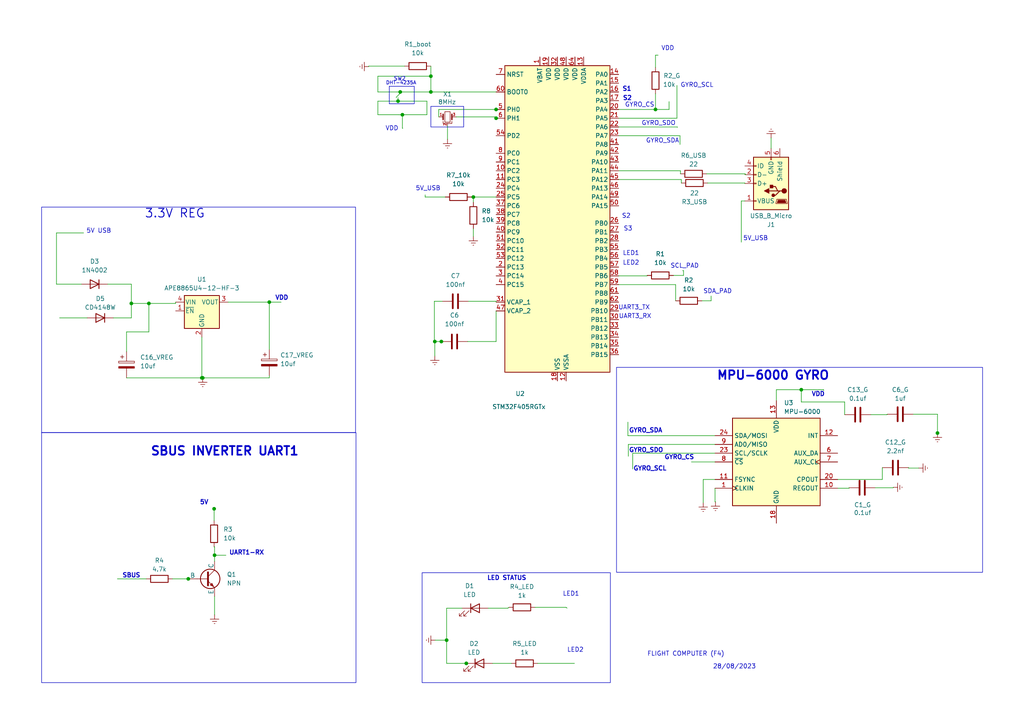
<source format=kicad_sch>
(kicad_sch (version 20230121) (generator eeschema)
  (paper "A4")
  (lib_symbols
    (symbol "Connector:USB_B_Micro" (pin_names (offset 1.016))
      (property "Reference" "J" (at -5.08 11.43 0))
      (property "Value" "USB_B_Micro" (at -5.08 8.89 0))
      (symbol "USB_B_Micro_0_1"
        (rectangle (start -5.08 -7.62) (end 5.08 7.62) (stroke (width 0.254)) (fill (type background)))
        (circle (center -3.81 2.159) (radius 0.635) (stroke (width 0.254)) (fill (type outline)))
        (circle (center -0.635 3.429) (radius 0.381) (stroke (width 0.254)) (fill (type outline)))
        (rectangle (start -0.127 -7.62) (end 0.127 -6.858))
        (polyline (pts (xy -1.905 2.159) (xy 0.635 2.159)) (stroke (width 0.254)))
        (polyline (pts (xy -3.175 2.159) (xy -2.54 2.159) (xy -1.27 3.429) (xy -0.635 3.429)) (stroke (width 0.254)))
        (polyline (pts (xy -2.54 2.159) (xy -1.905 2.159) (xy -1.27 0.889) (xy 0 0.889)) (stroke (width 0.254)))
        (polyline (pts (xy 0.635 2.794) (xy 0.635 1.524) (xy 1.905 2.159) (xy 0.635 2.794)) (stroke (width 0.254)) (fill (type outline)))
        (polyline (pts (xy -4.318 5.588) (xy -1.778 5.588) (xy -2.032 4.826) (xy -4.064 4.826) (xy -4.318 5.588)) (fill (type outline)))
        (polyline (pts (xy -4.699 5.842) (xy -4.699 5.588) (xy -4.445 4.826) (xy -4.445 4.572) (xy -1.651 4.572) (xy -1.651 4.826) (xy -1.397 5.588) (xy -1.397 5.842) (xy -4.699 5.842)))
        (rectangle (start 0.254 1.27) (end -0.508 0.508) (stroke (width 0.254)) (fill (type outline)))
        (rectangle (start 5.08 -5.207) (end 4.318 -4.953))
        (rectangle (start 5.08 -2.667) (end 4.318 -2.413))
        (rectangle (start 5.08 -0.127) (end 4.318 0.127))
        (rectangle (start 5.08 4.953) (end 4.318 5.207))
      )
      (symbol "USB_B_Micro_1_1"
        (pin power_out line (at 7.62 5.08 180) (length 2.54) (name "VBUS") (number "1"))
        (pin bidirectional line (at 7.62 -2.54 180) (length 2.54) (name "D-") (number "2"))
        (pin bidirectional line (at 7.62 0 180) (length 2.54) (name "D+") (number "3"))
        (pin passive line (at 7.62 -5.08 180) (length 2.54) (name "ID") (number "4"))
        (pin power_out line (at 0 -10.16 90) (length 2.54) (name "GND") (number "5"))
        (pin passive line (at -2.54 -10.16 90) (length 2.54) (name "Shield") (number "6"))
      )
    )
    (symbol "Device:C" (pin_numbers hide) (pin_names (offset 0.254))
      (property "Reference" "C" (at 0.635 2.54 0))
      (property "Value" "C" (at 0.635 -2.54 0))
      (symbol "C_0_1"
        (polyline (pts (xy -2.032 -0.762) (xy 2.032 -0.762)) (stroke (width 0.508)))
        (polyline (pts (xy -2.032 0.762) (xy 2.032 0.762)) (stroke (width 0.508)))
      )
      (symbol "C_1_1"
        (pin passive line (at 0 3.81 270) (length 2.794) (name "~") (number "1"))
        (pin passive line (at 0 -3.81 90) (length 2.794) (name "~") (number "2"))
      )
    )
    (symbol "Device:C_Polarized" (pin_numbers hide) (pin_names (offset 0.254))
      (property "Reference" "C" (at 0.635 2.54 0))
      (property "Value" "C_Polarized" (at 0.635 -2.54 0))
      (symbol "C_Polarized_0_1"
        (rectangle (start -2.286 0.508) (end 2.286 1.016))
        (polyline (pts (xy -1.778 2.286) (xy -0.762 2.286)))
        (polyline (pts (xy -1.27 2.794) (xy -1.27 1.778)))
        (rectangle (start 2.286 -0.508) (end -2.286 -1.016) (fill (type outline)))
      )
      (symbol "C_Polarized_1_1"
        (pin passive line (at 0 3.81 270) (length 2.794) (name "~") (number "1"))
        (pin passive line (at 0 -3.81 90) (length 2.794) (name "~") (number "2"))
      )
    )
    (symbol "Device:Crystal_GND2_Small" (pin_names (offset 1.016) hide)
      (property "Reference" "Y" (at 0 5.08 0))
      (property "Value" "Crystal_GND2_Small" (at 0 3.175 0))
      (symbol "Crystal_GND2_Small_0_1"
        (rectangle (start -0.762 -1.524) (end 0.762 1.524))
        (polyline (pts (xy -1.27 -0.762) (xy -1.27 0.762)) (stroke (width 0.381)))
        (polyline (pts (xy 1.27 -0.762) (xy 1.27 0.762)) (stroke (width 0.381)))
        (polyline (pts (xy -1.27 -1.27) (xy -1.27 -1.905) (xy 1.27 -1.905) (xy 1.27 -1.27)))
      )
      (symbol "Crystal_GND2_Small_1_1"
        (pin passive line (at -2.54 0 0) (length 1.27) (name "1") (number "1"))
        (pin passive line (at 0 -2.54 90) (length 0.635) (name "2") (number "2"))
        (pin passive line (at 2.54 0 180) (length 1.27) (name "3") (number "3"))
      )
    )
    (symbol "Device:LED" (pin_numbers hide) (pin_names (offset 1.016) hide)
      (property "Reference" "D" (at 0 2.54 0))
      (property "Value" "LED" (at 0 -2.54 0))
      (symbol "LED_0_1"
        (polyline (pts (xy -1.27 -1.27) (xy -1.27 1.27)) (stroke (width 0.254)))
        (polyline (pts (xy -1.27 0) (xy 1.27 0)))
        (polyline (pts (xy 1.27 -1.27) (xy 1.27 1.27) (xy -1.27 0) (xy 1.27 -1.27)) (stroke (width 0.254)))
        (polyline (pts (xy -3.048 -0.762) (xy -4.572 -2.286) (xy -3.81 -2.286) (xy -4.572 -2.286) (xy -4.572 -1.524)))
        (polyline (pts (xy -1.778 -0.762) (xy -3.302 -2.286) (xy -2.54 -2.286) (xy -3.302 -2.286) (xy -3.302 -1.524)))
      )
      (symbol "LED_1_1"
        (pin passive line (at -3.81 0 0) (length 2.54) (name "K") (number "1"))
        (pin passive line (at 3.81 0 180) (length 2.54) (name "A") (number "2"))
      )
    )
    (symbol "Device:R" (pin_numbers hide) (pin_names (offset 0))
      (property "Reference" "R" (at 2.032 0 90))
      (property "Value" "R" (at 0 0 90))
      (symbol "R_0_1"
        (rectangle (start -1.016 -2.54) (end 1.016 2.54) (stroke (width 0.254)))
      )
      (symbol "R_1_1"
        (pin passive line (at 0 3.81 270) (length 1.27) (name "~") (number "1"))
        (pin passive line (at 0 -3.81 90) (length 1.27) (name "~") (number "2"))
      )
    )
    (symbol "Diode:1N4002" (pin_numbers hide) (pin_names hide)
      (property "Reference" "D" (at 0 2.54 0))
      (property "Value" "1N4002" (at 0 -2.54 0))
      (symbol "1N4002_0_1"
        (polyline (pts (xy -1.27 1.27) (xy -1.27 -1.27)) (stroke (width 0.254)))
        (polyline (pts (xy 1.27 0) (xy -1.27 0)))
        (polyline (pts (xy 1.27 1.27) (xy 1.27 -1.27) (xy -1.27 0) (xy 1.27 1.27)) (stroke (width 0.254)))
      )
      (symbol "1N4002_1_1"
        (pin passive line (at -3.81 0 0) (length 2.54) (name "K") (number "1"))
        (pin passive line (at 3.81 0 180) (length 2.54) (name "A") (number "2"))
      )
    )
    (symbol "Diode:CD4148W" (pin_numbers hide) (pin_names hide)
      (property "Reference" "D" (at 0 2.54 0))
      (property "Value" "CD4148W" (at 0 -2.54 0))
      (symbol "CD4148W_0_1"
        (polyline (pts (xy -1.27 1.27) (xy -1.27 -1.27)) (stroke (width 0.254)))
        (polyline (pts (xy 1.27 0) (xy -1.27 0)))
        (polyline (pts (xy 1.27 1.27) (xy 1.27 -1.27) (xy -1.27 0) (xy 1.27 1.27)) (stroke (width 0.254)))
      )
      (symbol "CD4148W_1_1"
        (pin passive line (at -3.81 0 0) (length 2.54) (name "K") (number "1"))
        (pin passive line (at 3.81 0 180) (length 2.54) (name "A") (number "2"))
      )
    )
    (symbol "MCU_ST_STM32F4:STM32F405RGTx"
      (property "Reference" "U" (at -15.24 46.99 0))
      (property "Value" "STM32F405RGTx" (at 10.16 46.99 0))
      (symbol "STM32F405RGTx_0_1"
        (rectangle (start -15.24 -43.18) (end 15.24 45.72) (stroke (width 0.254)) (fill (type background)))
      )
      (symbol "STM32F405RGTx_1_1"
        (pin power_in line (at -5.08 48.26 270) (length 2.54) (name "VBAT") (number "1"))
        (pin bidirectional line (at -17.78 15.24 0) (length 2.54) (name "PC2") (number "10"))
        (pin bidirectional line (at -17.78 12.7 0) (length 2.54) (name "PC3") (number "11"))
        (pin power_in line (at 2.54 -45.72 90) (length 2.54) (name "VSSA") (number "12"))
        (pin power_in line (at 7.62 48.26 270) (length 2.54) (name "VDDA") (number "13"))
        (pin bidirectional line (at 17.78 43.18 180) (length 2.54) (name "PA0") (number "14"))
        (pin bidirectional line (at 17.78 40.64 180) (length 2.54) (name "PA1") (number "15"))
        (pin bidirectional line (at 17.78 38.1 180) (length 2.54) (name "PA2") (number "16"))
        (pin bidirectional line (at 17.78 35.56 180) (length 2.54) (name "PA3") (number "17"))
        (pin power_in line (at 0 -45.72 90) (length 2.54) (name "VSS") (number "18"))
        (pin power_in line (at -2.54 48.26 270) (length 2.54) (name "VDD") (number "19"))
        (pin bidirectional line (at -17.78 -12.7 0) (length 2.54) (name "PC13") (number "2"))
        (pin bidirectional line (at 17.78 33.02 180) (length 2.54) (name "PA4") (number "20"))
        (pin bidirectional line (at 17.78 30.48 180) (length 2.54) (name "PA5") (number "21"))
        (pin bidirectional line (at 17.78 27.94 180) (length 2.54) (name "PA6") (number "22"))
        (pin bidirectional line (at 17.78 25.4 180) (length 2.54) (name "PA7") (number "23"))
        (pin bidirectional line (at -17.78 10.16 0) (length 2.54) (name "PC4") (number "24"))
        (pin bidirectional line (at -17.78 7.62 0) (length 2.54) (name "PC5") (number "25"))
        (pin bidirectional line (at 17.78 0 180) (length 2.54) (name "PB0") (number "26"))
        (pin bidirectional line (at 17.78 -2.54 180) (length 2.54) (name "PB1") (number "27"))
        (pin bidirectional line (at 17.78 -5.08 180) (length 2.54) (name "PB2") (number "28"))
        (pin bidirectional line (at 17.78 -25.4 180) (length 2.54) (name "PB10") (number "29"))
        (pin bidirectional line (at -17.78 -15.24 0) (length 2.54) (name "PC14") (number "3"))
        (pin bidirectional line (at 17.78 -27.94 180) (length 2.54) (name "PB11") (number "30"))
        (pin power_out line (at -17.78 -22.86 0) (length 2.54) (name "VCAP_1") (number "31"))
        (pin power_in line (at 0 48.26 270) (length 2.54) (name "VDD") (number "32"))
        (pin bidirectional line (at 17.78 -30.48 180) (length 2.54) (name "PB12") (number "33"))
        (pin bidirectional line (at 17.78 -33.02 180) (length 2.54) (name "PB13") (number "34"))
        (pin bidirectional line (at 17.78 -35.56 180) (length 2.54) (name "PB14") (number "35"))
        (pin bidirectional line (at 17.78 -38.1 180) (length 2.54) (name "PB15") (number "36"))
        (pin bidirectional line (at -17.78 5.08 0) (length 2.54) (name "PC6") (number "37"))
        (pin bidirectional line (at -17.78 2.54 0) (length 2.54) (name "PC7") (number "38"))
        (pin bidirectional line (at -17.78 0 0) (length 2.54) (name "PC8") (number "39"))
        (pin bidirectional line (at -17.78 -17.78 0) (length 2.54) (name "PC15") (number "4"))
        (pin bidirectional line (at -17.78 -2.54 0) (length 2.54) (name "PC9") (number "40"))
        (pin bidirectional line (at 17.78 22.86 180) (length 2.54) (name "PA8") (number "41"))
        (pin bidirectional line (at 17.78 20.32 180) (length 2.54) (name "PA9") (number "42"))
        (pin bidirectional line (at 17.78 17.78 180) (length 2.54) (name "PA10") (number "43"))
        (pin bidirectional line (at 17.78 15.24 180) (length 2.54) (name "PA11") (number "44"))
        (pin bidirectional line (at 17.78 12.7 180) (length 2.54) (name "PA12") (number "45"))
        (pin bidirectional line (at 17.78 10.16 180) (length 2.54) (name "PA13") (number "46"))
        (pin power_out line (at -17.78 -25.4 0) (length 2.54) (name "VCAP_2") (number "47"))
        (pin power_in line (at 2.54 48.26 270) (length 2.54) (name "VDD") (number "48"))
        (pin bidirectional line (at 17.78 7.62 180) (length 2.54) (name "PA14") (number "49"))
        (pin bidirectional line (at -17.78 33.02 0) (length 2.54) (name "PH0") (number "5"))
        (pin bidirectional line (at 17.78 5.08 180) (length 2.54) (name "PA15") (number "50"))
        (pin bidirectional line (at -17.78 -5.08 0) (length 2.54) (name "PC10") (number "51"))
        (pin bidirectional line (at -17.78 -7.62 0) (length 2.54) (name "PC11") (number "52"))
        (pin bidirectional line (at -17.78 -10.16 0) (length 2.54) (name "PC12") (number "53"))
        (pin bidirectional line (at -17.78 25.4 0) (length 2.54) (name "PD2") (number "54"))
        (pin bidirectional line (at 17.78 -7.62 180) (length 2.54) (name "PB3") (number "55"))
        (pin bidirectional line (at 17.78 -10.16 180) (length 2.54) (name "PB4") (number "56"))
        (pin bidirectional line (at 17.78 -12.7 180) (length 2.54) (name "PB5") (number "57"))
        (pin bidirectional line (at 17.78 -15.24 180) (length 2.54) (name "PB6") (number "58"))
        (pin bidirectional line (at 17.78 -17.78 180) (length 2.54) (name "PB7") (number "59"))
        (pin bidirectional line (at -17.78 30.48 0) (length 2.54) (name "PH1") (number "6"))
        (pin input line (at -17.78 38.1 0) (length 2.54) (name "BOOT0") (number "60"))
        (pin bidirectional line (at 17.78 -20.32 180) (length 2.54) (name "PB8") (number "61"))
        (pin bidirectional line (at 17.78 -22.86 180) (length 2.54) (name "PB9") (number "62"))
        (pin passive line (at 0 -45.72 90) (length 2.54) hide (name "VSS") (number "63"))
        (pin power_in line (at 5.08 48.26 270) (length 2.54) (name "VDD") (number "64"))
        (pin input line (at -17.78 43.18 0) (length 2.54) (name "NRST") (number "7"))
        (pin bidirectional line (at -17.78 20.32 0) (length 2.54) (name "PC0") (number "8"))
        (pin bidirectional line (at -17.78 17.78 0) (length 2.54) (name "PC1") (number "9"))
      )
    )
    (symbol "Regulator_Linear:APE8865U4-12-HF-3" (pin_names (offset 0.254))
      (property "Reference" "U" (at -3.81 5.715 0))
      (property "Value" "APE8865U4-12-HF-3" (at 0 5.715 0))
      (symbol "APE8865U4-12-HF-3_0_1"
        (rectangle (start -5.08 4.445) (end 5.08 -5.08) (stroke (width 0.254)) (fill (type background)))
      )
      (symbol "APE8865U4-12-HF-3_1_1"
        (pin input line (at -7.62 0 0) (length 2.54) (name "~{EN}") (number "1"))
        (pin power_in line (at 0 -7.62 90) (length 2.54) (name "GND") (number "2"))
        (pin power_out line (at 7.62 2.54 180) (length 2.54) (name "VOUT") (number "3"))
        (pin power_in line (at -7.62 2.54 0) (length 2.54) (name "VIN") (number "4"))
      )
    )
    (symbol "Sensor_Motion:MPU-6000"
      (property "Reference" "U" (at -11.43 13.97 0))
      (property "Value" "MPU-6000" (at 7.62 -13.97 0))
      (symbol "MPU-6000_0_1"
        (rectangle (start -12.7 12.7) (end 12.7 -12.7) (stroke (width 0.254)) (fill (type background)))
      )
      (symbol "MPU-6000_1_1"
        (pin input clock (at -17.78 -7.62 0) (length 5.08) (name "CLKIN") (number "1"))
        (pin passive line (at 17.78 -7.62 180) (length 5.08) (name "REGOUT") (number "10"))
        (pin input line (at -17.78 -5.08 0) (length 5.08) (name "FSYNC") (number "11"))
        (pin output line (at 17.78 7.62 180) (length 5.08) (name "INT") (number "12"))
        (pin power_in line (at 0 17.78 270) (length 5.08) (name "VDD") (number "13"))
        (pin power_in line (at 0 -17.78 90) (length 5.08) (name "GND") (number "18"))
        (pin passive line (at 17.78 -5.08 180) (length 5.08) (name "CPOUT") (number "20"))
        (pin input line (at -17.78 2.54 0) (length 5.08) (name "SCL/SCLK") (number "23"))
        (pin bidirectional line (at -17.78 7.62 0) (length 5.08) (name "SDA/MOSI") (number "24"))
        (pin bidirectional line (at 17.78 2.54 180) (length 5.08) (name "AUX_DA") (number "6"))
        (pin output clock (at 17.78 0 180) (length 5.08) (name "AUX_CL") (number "7"))
        (pin input line (at -17.78 0 0) (length 5.08) (name "~{CS}") (number "8"))
        (pin bidirectional line (at -17.78 5.08 0) (length 5.08) (name "AD0/MISO") (number "9"))
      )
    )
    (symbol "Simulation_SPICE:NPN" (pin_numbers hide) (pin_names (offset 0))
      (property "Reference" "Q" (at -2.54 7.62 0))
      (property "Value" "NPN" (at -2.54 5.08 0))
      (symbol "NPN_0_1"
        (polyline (pts (xy -2.54 0) (xy 0.635 0)) (stroke (width 0.1524)))
        (polyline (pts (xy 0.635 0.635) (xy 2.54 2.54)))
        (polyline (pts (xy 2.794 -1.27) (xy 2.794 -1.27)) (stroke (width 0.1524)))
        (polyline (pts (xy 2.794 -1.27) (xy 2.794 -1.27)) (stroke (width 0.1524)))
        (polyline (pts (xy 0.635 -0.635) (xy 2.54 -2.54) (xy 2.54 -2.54)))
        (polyline (pts (xy 0.635 1.905) (xy 0.635 -1.905) (xy 0.635 -1.905)) (stroke (width 0.508)))
        (polyline (pts (xy 1.27 -1.778) (xy 1.778 -1.27) (xy 2.286 -2.286) (xy 1.27 -1.778) (xy 1.27 -1.778)) (fill (type outline)))
        (circle (center 1.27 0) (radius 2.8194) (stroke (width 0.254)))
      )
      (symbol "NPN_1_1"
        (pin open_collector line (at 2.54 5.08 270) (length 2.54) (name "C") (number "1"))
        (pin input line (at -5.08 0 0) (length 2.54) (name "B") (number "2"))
        (pin open_emitter line (at 2.54 -5.08 90) (length 2.54) (name "E") (number "3"))
      )
    )
    (symbol "power:Earth" (power) (pin_names (offset 0))
      (symbol "Earth_0_1"
        (polyline (pts (xy -0.635 -1.905) (xy 0.635 -1.905)))
        (polyline (pts (xy -0.127 -2.54) (xy 0.127 -2.54)))
        (polyline (pts (xy 0 -1.27) (xy 0 0)))
        (polyline (pts (xy 1.27 -1.27) (xy -1.27 -1.27)))
      )
      (symbol "Earth_1_1"
        (pin power_in line (at 0 0 270) (length 0) hide (name "Earth") (number "1"))
      )
    )
  )
  (junction (at 62.23 161.036))
  (junction (at 43.18 88.011))
  (junction (at 38.1 88.011))
  (junction (at 62.103 147.574))
  (junction (at 137.287 57.15))
  (junction (at 124.968 26.67))
  (junction (at 143.891 34.29))
  (junction (at 116.713 33.274))
  (junction (at 58.547 109.601))
  (junction (at 129.54 185.674))
  (junction (at 271.907 125.603))
  (junction (at 143.891 31.75))
  (junction (at 116.078 26.67))
  (junction (at 78.105 87.63))
  (junction (at 54.61 167.894))
  (junction (at 135.255 192.405))
  (junction (at 126.111 99.06))
  (junction (at 128.016 99.06))
  (junction (at 232.41 113.03))
  (junction (at 58.801 109.601))
  (junction (at 115.443 29.337))
  (junction (at 190.119 31.75))
  (junction (at 124.968 22.098))
  (wire (pts (xy 232.41 116.586) (xy 232.41 113.03)))
  (wire (pts (xy 197.231 39.37) (xy 197.231 41.91)))
  (wire (pts (xy 244.983 120.269) (xy 244.983 116.586)))
  (wire (pts (xy 207.391 128.905) (xy 182.245 128.905)))
  (wire (pts (xy 196.342 24.765) (xy 196.342 34.29)))
  (wire (pts (xy 179.451 52.07) (xy 197.612 52.07)))
  (wire (pts (xy 16.383 67.564) (xy 24.257 67.564)))
  (wire (pts (xy 62.23 158.623) (xy 62.103 158.623)))
  (wire (pts (xy 179.451 49.53) (xy 197.358 49.53)))
  (wire (pts (xy 36.703 101.981) (xy 36.703 96.266)))
  (wire (pts (xy 197.358 49.53) (xy 197.358 50.419)))
  (wire (pts (xy 23.622 82.423) (xy 16.383 82.423)))
  (wire (pts (xy 116.713 37.211) (xy 116.84 37.211)))
  (wire (pts (xy 78.105 109.601) (xy 78.105 108.966)))
  (wire (pts (xy 116.078 26.67) (xy 116.078 27.051)))
  (wire (pts (xy 207.391 145.542) (xy 207.518 145.542)))
  (wire (pts (xy 78.105 87.63) (xy 78.105 101.346)))
  (wire (pts (xy 116.713 33.274) (xy 123.825 33.274)))
  (wire (pts (xy 200.533 133.985) (xy 207.391 133.985)))
  (wire (pts (xy 196.469 36.83) (xy 196.469 36.957)))
  (wire (pts (xy 205.232 53.086) (xy 216.027 53.086)))
  (wire (pts (xy 58.547 109.601) (xy 58.801 109.601)))
  (wire (pts (xy 155.956 192.405) (xy 166.624 192.405)))
  (wire (pts (xy 216.154 50.419) (xy 216.154 50.673)))
  (wire (pts (xy 17.272 92.202) (xy 25.273 92.202)))
  (wire (pts (xy 179.451 82.55) (xy 195.961 82.55)))
  (wire (pts (xy 147.32 176.403) (xy 147.574 176.149)))
  (wire (pts (xy 143.891 31.75) (xy 144.018 31.75)))
  (wire (pts (xy 182.245 128.905) (xy 182.245 132.334)))
  (wire (pts (xy 124.968 26.67) (xy 116.078 26.67)))
  (wire (pts (xy 207.391 141.605) (xy 207.391 145.542)))
  (wire (pts (xy 215.011 58.293) (xy 215.011 70.231)))
  (wire (pts (xy 155.194 176.149) (xy 164.211 176.149)))
  (wire (pts (xy 195.326 79.883) (xy 198.247 79.883)))
  (wire (pts (xy 223.647 43.053) (xy 223.647 40.005)))
  (wire (pts (xy 109.601 29.337) (xy 109.601 33.274)))
  (wire (pts (xy 242.951 141.605) (xy 246.253 141.605)))
  (wire (pts (xy 43.18 88.011) (xy 38.1 88.011)))
  (wire (pts (xy 179.451 34.29) (xy 196.342 34.29)))
  (wire (pts (xy 129.54 192.405) (xy 135.255 192.405)))
  (wire (pts (xy 179.451 31.75) (xy 190.119 31.75)))
  (wire (pts (xy 253.873 141.478) (xy 259.08 141.478)))
  (wire (pts (xy 109.601 22.098) (xy 124.968 22.098)))
  (wire (pts (xy 115.443 29.337) (xy 123.825 29.337)))
  (wire (pts (xy 128.016 99.06) (xy 128.143 99.06)))
  (wire (pts (xy 182.118 122.428) (xy 182.118 126.365)))
  (wire (pts (xy 62.23 172.974) (xy 62.23 178.308)))
  (wire (pts (xy 16.383 82.423) (xy 16.383 67.564)))
  (wire (pts (xy 123.825 29.337) (xy 123.825 33.274)))
  (wire (pts (xy 271.907 120.142) (xy 271.907 125.603)))
  (wire (pts (xy 36.703 109.601) (xy 58.547 109.601)))
  (wire (pts (xy 34.036 167.894) (xy 42.418 167.894)))
  (wire (pts (xy 142.875 192.405) (xy 148.336 192.405)))
  (wire (pts (xy 50.927 88.011) (xy 50.927 87.63)))
  (wire (pts (xy 225.171 116.205) (xy 225.171 113.03)))
  (wire (pts (xy 190.119 19.558) (xy 190.119 16.002)))
  (wire (pts (xy 114.935 28.194) (xy 114.935 28.321)))
  (wire (pts (xy 126.238 185.674) (xy 129.54 185.674)))
  (wire (pts (xy 132.334 33.909) (xy 143.891 33.909)))
  (wire (pts (xy 116.713 33.274) (xy 116.713 37.211)))
  (wire (pts (xy 179.451 39.37) (xy 197.231 39.37)))
  (wire (pts (xy 126.111 99.06) (xy 126.111 103.251)))
  (wire (pts (xy 124.968 26.67) (xy 124.968 22.098)))
  (wire (pts (xy 114.935 28.194) (xy 116.078 27.051)))
  (wire (pts (xy 109.601 26.67) (xy 109.601 22.098)))
  (wire (pts (xy 197.612 52.07) (xy 197.612 53.086)))
  (wire (pts (xy 242.951 139.065) (xy 255.905 139.065)))
  (wire (pts (xy 129.794 36.449) (xy 129.794 40.386)))
  (wire (pts (xy 143.891 33.909) (xy 143.891 34.29)))
  (wire (pts (xy 216.027 58.293) (xy 215.011 58.293)))
  (wire (pts (xy 257.302 120.269) (xy 257.302 120.142)))
  (wire (pts (xy 183.515 131.445) (xy 183.515 136.017)))
  (wire (pts (xy 141.605 176.403) (xy 147.32 176.403)))
  (wire (pts (xy 116.078 26.67) (xy 109.601 26.67)))
  (wire (pts (xy 255.905 139.065) (xy 255.905 135.636)))
  (wire (pts (xy 129.54 185.674) (xy 129.54 192.405)))
  (wire (pts (xy 190.119 16.002) (xy 190.881 16.002)))
  (wire (pts (xy 207.391 131.445) (xy 183.515 131.445)))
  (wire (pts (xy 106.934 19.177) (xy 106.934 19.304)))
  (wire (pts (xy 194.056 29.464) (xy 194.056 31.75)))
  (wire (pts (xy 61.722 147.574) (xy 62.103 147.574)))
  (wire (pts (xy 135.89 87.376) (xy 143.891 87.376)))
  (wire (pts (xy 50.038 167.894) (xy 54.61 167.894)))
  (wire (pts (xy 38.1 88.011) (xy 38.1 92.202)))
  (wire (pts (xy 179.451 36.83) (xy 196.469 36.83)))
  (wire (pts (xy 31.242 82.423) (xy 38.1 82.423)))
  (wire (pts (xy 143.891 26.67) (xy 124.968 26.67)))
  (wire (pts (xy 125.984 99.06) (xy 126.111 99.06)))
  (wire (pts (xy 66.167 87.63) (xy 78.105 87.63)))
  (wire (pts (xy 62.23 161.036) (xy 62.23 158.623)))
  (wire (pts (xy 136.779 57.15) (xy 137.287 57.15)))
  (wire (pts (xy 271.907 125.603) (xy 271.907 125.73)))
  (wire (pts (xy 203.962 145.796) (xy 203.962 139.065)))
  (wire (pts (xy 190.119 31.75) (xy 194.056 31.75)))
  (wire (pts (xy 195.961 82.55) (xy 195.961 87.249)))
  (wire (pts (xy 264.922 120.142) (xy 271.907 120.142)))
  (wire (pts (xy 123.317 56.515) (xy 123.317 57.15)))
  (wire (pts (xy 115.443 28.321) (xy 115.443 29.337)))
  (wire (pts (xy 62.103 147.574) (xy 62.103 151.003)))
  (wire (pts (xy 238.887 113.03) (xy 238.887 113.284)))
  (wire (pts (xy 216.027 53.086) (xy 216.027 53.213)))
  (wire (pts (xy 206.248 85.852) (xy 206.248 87.249)))
  (wire (pts (xy 78.105 87.63) (xy 81.534 87.63)))
  (wire (pts (xy 187.706 80.01) (xy 187.706 79.883)))
  (wire (pts (xy 190.119 27.178) (xy 190.119 31.75)))
  (wire (pts (xy 54.61 167.894) (xy 54.737 167.894)))
  (wire (pts (xy 204.978 50.419) (xy 216.154 50.419)))
  (wire (pts (xy 137.287 57.15) (xy 143.891 57.15)))
  (wire (pts (xy 198.247 79.883) (xy 198.247 78.486)))
  (wire (pts (xy 62.23 162.814) (xy 62.23 161.036)))
  (wire (pts (xy 58.547 97.79) (xy 58.547 109.601)))
  (wire (pts (xy 124.968 22.098) (xy 124.968 19.177)))
  (wire (pts (xy 179.451 80.01) (xy 187.706 80.01)))
  (wire (pts (xy 216.154 50.673) (xy 216.281 50.673)))
  (wire (pts (xy 36.703 96.266) (xy 43.18 96.266)))
  (wire (pts (xy 244.983 116.586) (xy 232.41 116.586)))
  (wire (pts (xy 232.41 113.03) (xy 238.887 113.03)))
  (wire (pts (xy 203.581 87.249) (xy 206.248 87.249)))
  (wire (pts (xy 225.171 113.03) (xy 232.41 113.03)))
  (wire (pts (xy 126.111 99.06) (xy 128.016 99.06)))
  (wire (pts (xy 117.348 19.177) (xy 106.934 19.177)))
  (wire (pts (xy 259.08 141.478) (xy 259.08 141.351)))
  (wire (pts (xy 135.255 192.405) (xy 135.509 192.405)))
  (wire (pts (xy 125.984 87.376) (xy 125.984 99.06)))
  (wire (pts (xy 62.103 147.574) (xy 62.357 147.574)))
  (wire (pts (xy 58.801 109.601) (xy 78.105 109.601)))
  (wire (pts (xy 38.1 92.202) (xy 32.893 92.202)))
  (wire (pts (xy 129.54 176.403) (xy 129.54 185.674)))
  (wire (pts (xy 203.962 139.065) (xy 207.391 139.065)))
  (wire (pts (xy 164.211 176.149) (xy 164.465 176.403)))
  (wire (pts (xy 246.253 141.605) (xy 246.253 141.478)))
  (wire (pts (xy 266.446 135.763) (xy 263.525 135.763)))
  (wire (pts (xy 143.891 99.06) (xy 143.891 90.17)))
  (wire (pts (xy 109.601 29.337) (xy 115.443 29.337)))
  (wire (pts (xy 43.18 96.266) (xy 43.18 88.011)))
  (wire (pts (xy 127.254 33.909) (xy 127.254 31.75)))
  (wire (pts (xy 127.254 31.75) (xy 143.891 31.75)))
  (wire (pts (xy 109.601 33.274) (xy 116.713 33.274)))
  (wire (pts (xy 38.1 82.423) (xy 38.1 88.011)))
  (wire (pts (xy 197.993 78.486) (xy 198.247 78.486)))
  (wire (pts (xy 128.27 87.376) (xy 125.984 87.376)))
  (wire (pts (xy 143.891 87.376) (xy 143.891 87.63)))
  (wire (pts (xy 252.603 120.269) (xy 257.302 120.269)))
  (wire (pts (xy 129.159 57.15) (xy 123.317 57.15)))
  (wire (pts (xy 137.287 57.15) (xy 137.287 58.674)))
  (wire (pts (xy 137.287 66.294) (xy 137.287 68.58)))
  (wire (pts (xy 43.18 88.011) (xy 50.927 88.011)))
  (wire (pts (xy 133.985 176.403) (xy 129.54 176.403)))
  (wire (pts (xy 135.636 99.06) (xy 143.891 99.06)))
  (wire (pts (xy 263.525 135.763) (xy 263.525 135.636)))
  (wire (pts (xy 207.391 126.365) (xy 182.118 126.365)))
  (wire (pts (xy 143.891 34.29) (xy 143.891 34.417)))
  (wire (pts (xy 62.23 161.036) (xy 65.532 161.036)))
  (rectangle (start 12.065 125.476) (end 103.251 197.993))
  (rectangle (start 124.968 30.861) (end 134.493 36.83))
  (rectangle (start 12.065 60.071) (end 103.124 125.476))
  (rectangle (start 112.903 25.019) (end 120.142 30.099))
  (rectangle (start 122.428 166.116) (end 177.038 197.993))
  (rectangle (start 178.816 106.553) (end 284.988 165.989))
  (text "VDD" (at 79.756 87.249 0) (effects (font (size 1.27 1.27) bold) (justify left bottom)))
  (text "GYRO_SDO" (at 182.372 131.445 0) (effects (font (size 1.27 1.27) bold) (justify left bottom)))
  (text "UART3_TX" (at 179.324 90.043 0) (effects (font (size 1.27 1.27)) (justify left bottom)))
  (text "GYRO_CS" (at 181.229 31.242 0) (effects (font (size 1.27 1.27)) (justify left bottom)))
  (text "GYRO_SDO" (at 186.055 36.576 0) (effects (font (size 1.27 1.27)) (justify left bottom)))
  (text "UART3_RX" (at 179.451 92.583 0) (effects (font (size 1.27 1.27)) (justify left bottom)))
  (text "5V USB" (at 25.019 67.818 0) (effects (font (size 1.27 1.27)) (justify left bottom)))
  (text "VDD\n" (at 111.76 38.1 0) (effects (font (size 1.27 1.27)) (justify left bottom)))
  (text "5V_USB\n" (at 215.519 69.977 0) (effects (font (size 1.27 1.27)) (justify left bottom)))
  (text "LED2" (at 164.465 189.357 0) (effects (font (size 1.27 1.27)) (justify left bottom)))
  (text "SCL_PAD\n" (at 194.437 77.978 0) (effects (font (size 1.27 1.27)) (justify left bottom)))
  (text "LED1\n" (at 163.195 173.101 0) (effects (font (size 1.27 1.27)) (justify left bottom)))
  (text "UART1-RX" (at 66.421 161.163 0) (effects (font (size 1.27 1.27) bold) (justify left bottom)))
  (text "5V_USB" (at 120.523 55.499 0) (effects (font (size 1.27 1.27)) (justify left bottom)))
  (text "GYRO_SCL" (at 197.358 25.527 0) (effects (font (size 1.27 1.27)) (justify left bottom)))
  (text "S2\n" (at 180.594 29.337 0) (effects (font (size 1.27 1.27) bold) (justify left bottom)))
  (text "GYRO_SCL\n" (at 183.642 136.779 0) (effects (font (size 1.27 1.27) bold) (justify left bottom)))
  (text "3.3V REG" (at 41.91 63.5 0) (effects (font (size 2.5 2.5) (thickness 0.254) bold) (justify left bottom)))
  (text "VDD" (at 235.331 115.189 0) (effects (font (size 1.27 1.27) bold) (justify left bottom)))
  (text "VDD\n" (at 191.77 14.859 0) (effects (font (size 1.27 1.27)) (justify left bottom)))
  (text "S2\n" (at 180.34 63.5 0) (effects (font (size 1.27 1.27)) (justify left bottom)))
  (text "DHT-4235A" (at 111.887 24.765 0) (effects (font (size 1 1)) (justify left bottom)))
  (text "LED1\n" (at 180.594 74.295 0) (effects (font (size 1.27 1.27)) (justify left bottom)))
  (text "GYRO_CS" (at 192.659 133.477 0) (effects (font (size 1.27 1.27) bold) (justify left bottom)))
  (text "S1\n" (at 180.467 26.67 0) (effects (font (size 1.27 1.27) bold) (justify left bottom)))
  (text "LED2\n" (at 180.594 77.089 0) (effects (font (size 1.27 1.27)) (justify left bottom)))
  (text "FLIGHT COMPUTER (F4)" (at 187.706 190.5 0) (effects (font (size 1.27 1.27)) (justify left bottom)))
  (text "SDA_PAD\n" (at 203.962 85.344 0) (effects (font (size 1.27 1.27)) (justify left bottom)))
  (text "SBUS INVERTER UART1" (at 43.561 132.461 0) (effects (font (size 2.5 2.5) bold) (justify left bottom)))
  (text "S3\n" (at 180.848 67.183 0) (effects (font (size 1.27 1.27)) (justify left bottom)))
  (text "LED STATUS " (at 141.224 168.529 0) (effects (font (size 1.27 1.27) (thickness 0.254) bold) (justify left bottom)))
  (text "MPU-6000 GYRO " (at 207.772 110.49 0) (effects (font (size 2.5 2.5) bold) (justify left bottom)))
  (text "GYRO_SDA" (at 182.372 125.73 0) (effects (font (size 1.27 1.27) bold) (justify left bottom)))
  (text "5V" (at 57.912 146.558 0) (effects (font (size 1.27 1.27) bold) (justify left bottom)))
  (text "28/08/2023\n" (at 206.756 194.183 0) (effects (font (size 1.27 1.27)) (justify left bottom)))
  (text "GYRO_SDA" (at 187.325 41.656 0) (effects (font (size 1.27 1.27)) (justify left bottom)))
  (text "SBUS" (at 35.433 167.767 0) (effects (font (size 1.27 1.27) bold) (justify left bottom)))
  (text "SW2\n" (at 114.173 23.622 0) (effects (font (size 1.1 1.1)) (justify left bottom)))
  (symbol (lib_id "Device:R") (at 137.287 62.484 0) (unit 1)
    (property "Reference" "R8" (at 139.7 61.214 0) (effects (justify left)))
    (property "Value" "10k" (at 139.7 63.754 0) (effects (justify left)))
  )
  (symbol (lib_id "power:Earth") (at 203.962 145.796 0) (unit 1)
    (property "Reference" "#PWR011" (effects hide))
    (property "Value" "Earth" (effects hide))
  )
  (symbol (lib_id "Device:C") (at 261.112 120.142 90) (unit 1)
    (property "Reference" "C6_G" (at 261.112 113.03 90))
    (property "Value" "1uf" (at 261.112 115.57 90))
  )
  (symbol (lib_id "Device:C") (at 259.715 135.636 90) (unit 1)
    (property "Reference" "C12_G" (at 259.715 128.27 90))
    (property "Value" "2.2nf" (at 259.715 130.81 90))
  )
  (symbol (lib_id "Device:C") (at 250.063 141.478 90) (unit 1)
    (property "Reference" "C1_G" (at 250.19 146.431 90))
    (property "Value" "0.1uf" (at 250.19 148.717 90))
  )
  (symbol (lib_id "Device:R") (at 199.771 87.249 90) (unit 1)
    (property "Reference" "R2" (at 199.771 81.28 90))
    (property "Value" "10k" (at 199.771 83.82 90))
  )
  (symbol (lib_id "power:Earth") (at 259.08 141.351 90) (unit 1)
    (property "Reference" "#PWR010" (effects hide))
    (property "Value" "Earth" (effects hide))
  )
  (symbol (lib_id "Sensor_Motion:MPU-6000") (at 225.171 133.985 0) (unit 1)
    (property "Reference" "U3" (at 227.3651 116.84 0) (effects (justify left)))
    (property "Value" "MPU-6000" (at 227.3651 119.38 0) (effects (justify left)))
    (property "Footprint" "Sensor_Motion:InvenSense_QFN-24_4x4mm_P0.5mm" (effects hide))
    (property "Datasheet" "https://invensense.tdk.com/wp-content/uploads/2015/02/MPU-6000-Datasheet1.pdf" (effects hide))
  )
  (symbol (lib_id "Device:R") (at 201.168 50.419 90) (unit 1)
    (property "Reference" "R6_USB" (at 201.168 45.085 90))
    (property "Value" "22" (at 201.168 47.625 90))
  )
  (symbol (lib_id "power:Earth") (at 207.518 145.542 0) (unit 1)
    (property "Reference" "#PWR09" (effects hide))
    (property "Value" "Earth" (effects hide))
  )
  (symbol (lib_id "Device:LED") (at 137.795 176.403 0) (unit 1)
    (property "Reference" "D1" (at 136.2075 169.926 0))
    (property "Value" "LED" (at 136.2075 172.466 0))
  )
  (symbol (lib_id "Device:C") (at 131.826 99.06 90) (unit 1)
    (property "Reference" "C6" (at 131.826 91.44 90))
    (property "Value" "100nf" (at 131.826 93.98 90))
  )
  (symbol (lib_id "Device:R") (at 46.228 167.894 90) (unit 1)
    (property "Reference" "R4" (at 46.228 162.56 90))
    (property "Value" "4.7k" (at 46.228 165.1 90))
  )
  (symbol (lib_id "Device:C") (at 132.08 87.376 90) (unit 1)
    (property "Reference" "C7" (at 132.08 80.01 90))
    (property "Value" "100nf" (at 132.08 82.55 90))
  )
  (symbol (lib_id "power:Earth") (at 271.907 125.603 0) (unit 1)
    (property "Reference" "#PWR013" (effects hide))
    (property "Value" "Earth" (effects hide))
  )
  (symbol (lib_id "Device:C_Polarized") (at 36.703 105.791 0) (unit 1)
    (property "Reference" "C16_VREG" (at 40.64 103.632 0) (effects (justify left)))
    (property "Value" "10uf" (at 40.64 106.172 0) (effects (justify left)))
  )
  (symbol (lib_id "Connector:USB_B_Micro") (at 223.647 53.213 180) (unit 1)
    (property "Reference" "J1" (at 223.647 65.151 0))
    (property "Value" "USB_B_Micro" (at 223.647 62.611 0))
  )
  (symbol (lib_id "power:Earth") (at 266.446 135.763 90) (unit 1)
    (property "Reference" "#PWR012" (effects hide))
    (property "Value" "Earth" (effects hide))
  )
  (symbol (lib_id "Device:C") (at 248.793 120.269 90) (unit 1)
    (property "Reference" "C13_G" (at 248.793 113.03 90))
    (property "Value" "0.1uf" (at 248.793 115.57 90))
  )
  (symbol (lib_id "Device:C_Polarized") (at 78.105 105.156 0) (unit 1)
    (property "Reference" "C17_VREG" (at 81.28 102.997 0) (effects (justify left)))
    (property "Value" "10uf" (at 81.28 105.537 0) (effects (justify left)))
  )
  (symbol (lib_id "power:Earth") (at 126.238 185.674 270) (unit 1)
    (property "Reference" "#PWR06" (effects hide))
    (property "Value" "Earth" (effects hide))
  )
  (symbol (lib_id "MCU_ST_STM32F4:STM32F405RGTx") (at 161.671 64.77 0) (unit 1)
    (property "Reference" "U2" (at 149.479 114.173 0) (effects (justify left)))
    (property "Value" "STM32F405RGTx" (at 142.748 117.983 0) (effects (justify left)))
    (property "Footprint" "Package_QFP:LQFP-64_10x10mm_P0.5mm" (effects hide))
    (property "Datasheet" "https://www.st.com/resource/en/datasheet/stm32f405rg.pdf" (effects hide))
  )
  (symbol (lib_id "Device:R") (at 151.384 176.149 90) (unit 1)
    (property "Reference" "R4_LED" (at 151.384 170.18 90))
    (property "Value" "1k" (at 151.384 172.72 90))
  )
  (symbol (lib_id "power:Earth") (at 126.111 103.251 0) (unit 1)
    (property "Reference" "#PWR04" (effects hide))
    (property "Value" "Earth" (effects hide))
  )
  (symbol (lib_id "Device:R") (at 152.146 192.405 90) (unit 1)
    (property "Reference" "R5_LED" (at 152.146 186.69 90))
    (property "Value" "1k" (at 152.146 189.23 90))
  )
  (symbol (lib_id "power:Earth") (at 58.801 109.601 0) (unit 1)
    (property "Reference" "#PWR07" (effects hide))
    (property "Value" "Earth" (effects hide))
  )
  (symbol (lib_id "Device:R") (at 190.119 23.368 0) (unit 1)
    (property "Reference" "R2_G" (at 192.405 21.971 0) (effects (justify left)))
    (property "Value" "10k" (at 192.278 24.511 0) (effects (justify left)))
  )
  (symbol (lib_id "power:Earth") (at 137.287 68.58 0) (unit 1)
    (property "Reference" "#PWR03" (effects hide))
    (property "Value" "Earth" (effects hide))
  )
  (symbol (lib_id "power:Earth") (at 62.23 178.308 0) (unit 1)
    (property "Reference" "#PWR08" (effects hide))
    (property "Value" "Earth" (effects hide))
  )
  (symbol (lib_id "Regulator_Linear:APE8865U4-12-HF-3") (at 58.547 90.17 0) (unit 1)
    (property "Reference" "U1" (at 58.547 81.026 0))
    (property "Value" "APE8865U4-12-HF-3" (at 58.547 83.566 0))
    (property "Footprint" "Package_TO_SOT_SMD:SOT-343_SC-70-4" (effects hide))
    (property "Datasheet" "http://www.tme.eu/fr/Document/ced3461ed31ea70a3c416fb648e0cde7/APE8865-3.pdf" (effects hide))
  )
  (symbol (lib_id "Device:R") (at 62.103 154.813 0) (unit 1)
    (property "Reference" "R3" (at 64.77 153.543 0) (effects (justify left)))
    (property "Value" "10k" (at 64.77 156.083 0) (effects (justify left)))
  )
  (symbol (lib_id "power:Earth") (at 223.647 40.005 180) (unit 1)
    (property "Reference" "#PWR02" (effects hide))
    (property "Value" "Earth" (effects hide))
  )
  (symbol (lib_id "Device:Crystal_GND2_Small") (at 129.794 33.909 0) (unit 1)
    (property "Reference" "X1" (at 129.794 27.305 0))
    (property "Value" "8MHz" (at 129.667 29.591 0))
  )
  (symbol (lib_id "Device:R") (at 132.969 57.15 90) (unit 1)
    (property "Reference" "R7_10k" (at 132.969 50.8 90))
    (property "Value" "10k" (at 132.969 53.34 90))
  )
  (symbol (lib_id "Device:R") (at 121.158 19.177 90) (unit 1)
    (property "Reference" "R1_boot" (at 121.158 12.827 90))
    (property "Value" "10k" (at 121.158 15.367 90))
  )
  (symbol (lib_id "Device:LED") (at 139.065 192.405 0) (unit 1)
    (property "Reference" "D2" (at 137.4775 186.69 0))
    (property "Value" "LED" (at 137.4775 189.23 0))
  )
  (symbol (lib_id "Simulation_SPICE:NPN") (at 59.69 167.894 0) (unit 1)
    (property "Reference" "Q1" (at 65.786 166.624 0) (effects (justify left)))
    (property "Value" "NPN" (at 65.786 169.164 0) (effects (justify left)))
    (property "Sim.Device" "NPN" (effects hide))
    (property "Sim.Type" "GUMMELPOON" (effects hide))
    (property "Sim.Pins" "1=C 2=B 3=E" (effects hide))
  )
  (symbol (lib_id "power:Earth") (at 129.794 40.386 0) (unit 1)
    (property "Reference" "#PWR01" (effects hide))
    (property "Value" "Earth" (effects hide))
  )
  (symbol (lib_id "Diode:1N4002") (at 27.432 82.423 180) (unit 1)
    (property "Reference" "D3" (at 27.432 75.819 0))
    (property "Value" "1N4002" (at 27.432 78.359 0))
    (property "Footprint" "Diode_THT:D_DO-41_SOD81_P10.16mm_Horizontal" (effects hide))
    (property "Datasheet" "http://www.vishay.com/docs/88503/1n4001.pdf" (effects hide))
    (property "Sim.Device" "D" (effects hide))
    (property "Sim.Pins" "1=K 2=A" (effects hide))
  )
  (symbol (lib_id "Device:R") (at 191.516 79.883 90) (unit 1)
    (property "Reference" "R1" (at 191.516 73.66 90))
    (property "Value" "10k" (at 191.516 76.2 90))
  )
  (symbol (lib_id "Diode:CD4148W") (at 29.083 92.202 180) (unit 1)
    (property "Reference" "D5" (at 29.083 86.614 0))
    (property "Value" "CD4148W" (at 29.083 89.154 0))
    (property "Footprint" "Diode_SMD:D_0805_2012Metric" (effects hide))
    (property "Datasheet" "https://www.dccomponents.com/upload/product/original/623524775088.pdf" (effects hide))
    (property "Sim.Device" "D" (effects hide))
    (property "Sim.Pins" "1=K 2=A" (effects hide))
  )
  (symbol (lib_id "Device:R") (at 201.422 53.086 270) (unit 1)
    (property "Reference" "R3_USB" (at 201.422 58.547 90))
    (property "Value" "22" (at 201.422 56.007 90))
  )
  (symbol (lib_id "power:Earth") (at 106.934 19.304 270) (unit 1)
    (property "Reference" "#PWR05" (effects hide))
    (property "Value" "Earth" (effects hide))
  )
)
</source>
